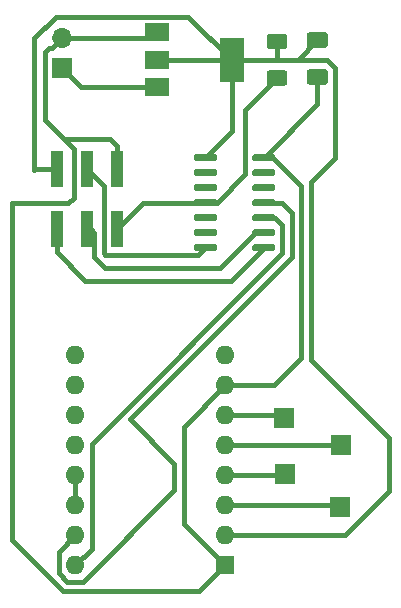
<source format=gbr>
%TF.GenerationSoftware,KiCad,Pcbnew,(5.1.9-0-10_14)*%
%TF.CreationDate,2021-11-21T14:59:00-08:00*%
%TF.ProjectId,clock,636c6f63-6b2e-46b6-9963-61645f706362,rev?*%
%TF.SameCoordinates,Original*%
%TF.FileFunction,Copper,L1,Top*%
%TF.FilePolarity,Positive*%
%FSLAX46Y46*%
G04 Gerber Fmt 4.6, Leading zero omitted, Abs format (unit mm)*
G04 Created by KiCad (PCBNEW (5.1.9-0-10_14)) date 2021-11-21 14:59:00*
%MOMM*%
%LPD*%
G01*
G04 APERTURE LIST*
%TA.AperFunction,ComponentPad*%
%ADD10R,1.600000X1.600000*%
%TD*%
%TA.AperFunction,ComponentPad*%
%ADD11O,1.600000X1.600000*%
%TD*%
%TA.AperFunction,ComponentPad*%
%ADD12R,1.700000X1.700000*%
%TD*%
%TA.AperFunction,ComponentPad*%
%ADD13O,1.700000X1.700000*%
%TD*%
%TA.AperFunction,SMDPad,CuDef*%
%ADD14R,1.000000X3.150000*%
%TD*%
%TA.AperFunction,SMDPad,CuDef*%
%ADD15R,2.000000X3.800000*%
%TD*%
%TA.AperFunction,SMDPad,CuDef*%
%ADD16R,2.000000X1.500000*%
%TD*%
%TA.AperFunction,Conductor*%
%ADD17C,0.400000*%
%TD*%
G04 APERTURE END LIST*
D10*
%TO.P,A1,1*%
%TO.N,GND*%
X110700000Y-61600000D03*
D11*
%TO.P,A1,9*%
%TO.N,Net-(A1-Pad9)*%
X98000000Y-43820000D03*
%TO.P,A1,2*%
%TO.N,VCC*%
X110700000Y-59060000D03*
%TO.P,A1,10*%
%TO.N,Net-(A1-Pad10)*%
X98000000Y-46360000D03*
%TO.P,A1,3*%
%TO.N,Net-(A1-Pad3)*%
X110700000Y-56520000D03*
%TO.P,A1,11*%
%TO.N,Net-(A1-Pad11)*%
X98000000Y-48900000D03*
%TO.P,A1,4*%
%TO.N,Net-(A1-Pad4)*%
X110700000Y-53980000D03*
%TO.P,A1,12*%
%TO.N,Net-(A1-Pad12)*%
X98000000Y-51440000D03*
%TO.P,A1,5*%
%TO.N,Net-(A1-Pad5)*%
X110700000Y-51440000D03*
%TO.P,A1,13*%
%TO.N,Net-(A1-Pad13)*%
X98000000Y-53980000D03*
%TO.P,A1,6*%
%TO.N,Net-(A1-Pad6)*%
X110700000Y-48900000D03*
%TO.P,A1,14*%
%TO.N,Net-(A1-Pad13)*%
X98000000Y-56520000D03*
%TO.P,A1,7*%
%TO.N,GND*%
X110700000Y-46360000D03*
%TO.P,A1,15*%
%TO.N,Net-(A1-Pad15)*%
X98000000Y-59060000D03*
%TO.P,A1,8*%
%TO.N,+9V*%
X110700000Y-43820000D03*
%TO.P,A1,16*%
%TO.N,Net-(A1-Pad16)*%
X98000000Y-61600000D03*
%TD*%
%TO.P,C1,1*%
%TO.N,VCC*%
%TA.AperFunction,SMDPad,CuDef*%
G36*
G01*
X117849998Y-16475000D02*
X119150002Y-16475000D01*
G75*
G02*
X119400000Y-16724998I0J-249998D01*
G01*
X119400000Y-17550002D01*
G75*
G02*
X119150002Y-17800000I-249998J0D01*
G01*
X117849998Y-17800000D01*
G75*
G02*
X117600000Y-17550002I0J249998D01*
G01*
X117600000Y-16724998D01*
G75*
G02*
X117849998Y-16475000I249998J0D01*
G01*
G37*
%TD.AperFunction*%
%TO.P,C1,2*%
%TO.N,GND*%
%TA.AperFunction,SMDPad,CuDef*%
G36*
G01*
X117849998Y-19600000D02*
X119150002Y-19600000D01*
G75*
G02*
X119400000Y-19849998I0J-249998D01*
G01*
X119400000Y-20675002D01*
G75*
G02*
X119150002Y-20925000I-249998J0D01*
G01*
X117849998Y-20925000D01*
G75*
G02*
X117600000Y-20675002I0J249998D01*
G01*
X117600000Y-19849998D01*
G75*
G02*
X117849998Y-19600000I249998J0D01*
G01*
G37*
%TD.AperFunction*%
%TD*%
D12*
%TO.P,J1,1*%
%TO.N,+9V*%
X96900000Y-19500000D03*
D13*
%TO.P,J1,2*%
%TO.N,GND*%
X96900000Y-16960000D03*
%TD*%
D14*
%TO.P,J2,1*%
%TO.N,/MISO*%
X96460000Y-33125000D03*
%TO.P,J2,2*%
%TO.N,VCC*%
X96460000Y-28075000D03*
%TO.P,J2,3*%
%TO.N,/SCK*%
X99000000Y-33125000D03*
%TO.P,J2,4*%
%TO.N,/MOSI*%
X99000000Y-28075000D03*
%TO.P,J2,5*%
%TO.N,/RESET*%
X101540000Y-33125000D03*
%TO.P,J2,6*%
%TO.N,GND*%
X101540000Y-28075000D03*
%TD*%
%TO.P,R1,1*%
%TO.N,VCC*%
%TA.AperFunction,SMDPad,CuDef*%
G36*
G01*
X114474999Y-16600000D02*
X115725001Y-16600000D01*
G75*
G02*
X115975000Y-16849999I0J-249999D01*
G01*
X115975000Y-17650001D01*
G75*
G02*
X115725001Y-17900000I-249999J0D01*
G01*
X114474999Y-17900000D01*
G75*
G02*
X114225000Y-17650001I0J249999D01*
G01*
X114225000Y-16849999D01*
G75*
G02*
X114474999Y-16600000I249999J0D01*
G01*
G37*
%TD.AperFunction*%
%TO.P,R1,2*%
%TO.N,/RESET*%
%TA.AperFunction,SMDPad,CuDef*%
G36*
G01*
X114474999Y-19700000D02*
X115725001Y-19700000D01*
G75*
G02*
X115975000Y-19949999I0J-249999D01*
G01*
X115975000Y-20750001D01*
G75*
G02*
X115725001Y-21000000I-249999J0D01*
G01*
X114474999Y-21000000D01*
G75*
G02*
X114225000Y-20750001I0J249999D01*
G01*
X114225000Y-19949999D01*
G75*
G02*
X114474999Y-19700000I249999J0D01*
G01*
G37*
%TD.AperFunction*%
%TD*%
D15*
%TO.P,U1,2*%
%TO.N,VCC*%
X111250000Y-18800000D03*
D16*
X104950000Y-18800000D03*
%TO.P,U1,3*%
%TO.N,+9V*%
X104950000Y-21100000D03*
%TO.P,U1,1*%
%TO.N,GND*%
X104950000Y-16500000D03*
%TD*%
%TO.P,U2,1*%
%TO.N,VCC*%
%TA.AperFunction,SMDPad,CuDef*%
G36*
G01*
X108050000Y-27240000D02*
X108050000Y-26940000D01*
G75*
G02*
X108200000Y-26790000I150000J0D01*
G01*
X109850000Y-26790000D01*
G75*
G02*
X110000000Y-26940000I0J-150000D01*
G01*
X110000000Y-27240000D01*
G75*
G02*
X109850000Y-27390000I-150000J0D01*
G01*
X108200000Y-27390000D01*
G75*
G02*
X108050000Y-27240000I0J150000D01*
G01*
G37*
%TD.AperFunction*%
%TO.P,U2,2*%
%TO.N,Net-(U2-Pad2)*%
%TA.AperFunction,SMDPad,CuDef*%
G36*
G01*
X108050000Y-28510000D02*
X108050000Y-28210000D01*
G75*
G02*
X108200000Y-28060000I150000J0D01*
G01*
X109850000Y-28060000D01*
G75*
G02*
X110000000Y-28210000I0J-150000D01*
G01*
X110000000Y-28510000D01*
G75*
G02*
X109850000Y-28660000I-150000J0D01*
G01*
X108200000Y-28660000D01*
G75*
G02*
X108050000Y-28510000I0J150000D01*
G01*
G37*
%TD.AperFunction*%
%TO.P,U2,3*%
%TO.N,Net-(U2-Pad3)*%
%TA.AperFunction,SMDPad,CuDef*%
G36*
G01*
X108050000Y-29780000D02*
X108050000Y-29480000D01*
G75*
G02*
X108200000Y-29330000I150000J0D01*
G01*
X109850000Y-29330000D01*
G75*
G02*
X110000000Y-29480000I0J-150000D01*
G01*
X110000000Y-29780000D01*
G75*
G02*
X109850000Y-29930000I-150000J0D01*
G01*
X108200000Y-29930000D01*
G75*
G02*
X108050000Y-29780000I0J150000D01*
G01*
G37*
%TD.AperFunction*%
%TO.P,U2,4*%
%TO.N,/RESET*%
%TA.AperFunction,SMDPad,CuDef*%
G36*
G01*
X108050000Y-31050000D02*
X108050000Y-30750000D01*
G75*
G02*
X108200000Y-30600000I150000J0D01*
G01*
X109850000Y-30600000D01*
G75*
G02*
X110000000Y-30750000I0J-150000D01*
G01*
X110000000Y-31050000D01*
G75*
G02*
X109850000Y-31200000I-150000J0D01*
G01*
X108200000Y-31200000D01*
G75*
G02*
X108050000Y-31050000I0J150000D01*
G01*
G37*
%TD.AperFunction*%
%TO.P,U2,5*%
%TO.N,Net-(U2-Pad5)*%
%TA.AperFunction,SMDPad,CuDef*%
G36*
G01*
X108050000Y-32320000D02*
X108050000Y-32020000D01*
G75*
G02*
X108200000Y-31870000I150000J0D01*
G01*
X109850000Y-31870000D01*
G75*
G02*
X110000000Y-32020000I0J-150000D01*
G01*
X110000000Y-32320000D01*
G75*
G02*
X109850000Y-32470000I-150000J0D01*
G01*
X108200000Y-32470000D01*
G75*
G02*
X108050000Y-32320000I0J150000D01*
G01*
G37*
%TD.AperFunction*%
%TO.P,U2,6*%
%TO.N,Net-(U2-Pad6)*%
%TA.AperFunction,SMDPad,CuDef*%
G36*
G01*
X108050000Y-33590000D02*
X108050000Y-33290000D01*
G75*
G02*
X108200000Y-33140000I150000J0D01*
G01*
X109850000Y-33140000D01*
G75*
G02*
X110000000Y-33290000I0J-150000D01*
G01*
X110000000Y-33590000D01*
G75*
G02*
X109850000Y-33740000I-150000J0D01*
G01*
X108200000Y-33740000D01*
G75*
G02*
X108050000Y-33590000I0J150000D01*
G01*
G37*
%TD.AperFunction*%
%TO.P,U2,7*%
%TO.N,/MOSI*%
%TA.AperFunction,SMDPad,CuDef*%
G36*
G01*
X108050000Y-34860000D02*
X108050000Y-34560000D01*
G75*
G02*
X108200000Y-34410000I150000J0D01*
G01*
X109850000Y-34410000D01*
G75*
G02*
X110000000Y-34560000I0J-150000D01*
G01*
X110000000Y-34860000D01*
G75*
G02*
X109850000Y-35010000I-150000J0D01*
G01*
X108200000Y-35010000D01*
G75*
G02*
X108050000Y-34860000I0J150000D01*
G01*
G37*
%TD.AperFunction*%
%TO.P,U2,8*%
%TO.N,/MISO*%
%TA.AperFunction,SMDPad,CuDef*%
G36*
G01*
X113000000Y-34860000D02*
X113000000Y-34560000D01*
G75*
G02*
X113150000Y-34410000I150000J0D01*
G01*
X114800000Y-34410000D01*
G75*
G02*
X114950000Y-34560000I0J-150000D01*
G01*
X114950000Y-34860000D01*
G75*
G02*
X114800000Y-35010000I-150000J0D01*
G01*
X113150000Y-35010000D01*
G75*
G02*
X113000000Y-34860000I0J150000D01*
G01*
G37*
%TD.AperFunction*%
%TO.P,U2,9*%
%TO.N,/SCK*%
%TA.AperFunction,SMDPad,CuDef*%
G36*
G01*
X113000000Y-33590000D02*
X113000000Y-33290000D01*
G75*
G02*
X113150000Y-33140000I150000J0D01*
G01*
X114800000Y-33140000D01*
G75*
G02*
X114950000Y-33290000I0J-150000D01*
G01*
X114950000Y-33590000D01*
G75*
G02*
X114800000Y-33740000I-150000J0D01*
G01*
X113150000Y-33740000D01*
G75*
G02*
X113000000Y-33590000I0J150000D01*
G01*
G37*
%TD.AperFunction*%
%TO.P,U2,10*%
%TO.N,Net-(A1-Pad16)*%
%TA.AperFunction,SMDPad,CuDef*%
G36*
G01*
X113000000Y-32320000D02*
X113000000Y-32020000D01*
G75*
G02*
X113150000Y-31870000I150000J0D01*
G01*
X114800000Y-31870000D01*
G75*
G02*
X114950000Y-32020000I0J-150000D01*
G01*
X114950000Y-32320000D01*
G75*
G02*
X114800000Y-32470000I-150000J0D01*
G01*
X113150000Y-32470000D01*
G75*
G02*
X113000000Y-32320000I0J150000D01*
G01*
G37*
%TD.AperFunction*%
%TO.P,U2,11*%
%TO.N,Net-(A1-Pad15)*%
%TA.AperFunction,SMDPad,CuDef*%
G36*
G01*
X113000000Y-31050000D02*
X113000000Y-30750000D01*
G75*
G02*
X113150000Y-30600000I150000J0D01*
G01*
X114800000Y-30600000D01*
G75*
G02*
X114950000Y-30750000I0J-150000D01*
G01*
X114950000Y-31050000D01*
G75*
G02*
X114800000Y-31200000I-150000J0D01*
G01*
X113150000Y-31200000D01*
G75*
G02*
X113000000Y-31050000I0J150000D01*
G01*
G37*
%TD.AperFunction*%
%TO.P,U2,12*%
%TO.N,Net-(U2-Pad12)*%
%TA.AperFunction,SMDPad,CuDef*%
G36*
G01*
X113000000Y-29780000D02*
X113000000Y-29480000D01*
G75*
G02*
X113150000Y-29330000I150000J0D01*
G01*
X114800000Y-29330000D01*
G75*
G02*
X114950000Y-29480000I0J-150000D01*
G01*
X114950000Y-29780000D01*
G75*
G02*
X114800000Y-29930000I-150000J0D01*
G01*
X113150000Y-29930000D01*
G75*
G02*
X113000000Y-29780000I0J150000D01*
G01*
G37*
%TD.AperFunction*%
%TO.P,U2,13*%
%TO.N,Net-(U2-Pad13)*%
%TA.AperFunction,SMDPad,CuDef*%
G36*
G01*
X113000000Y-28510000D02*
X113000000Y-28210000D01*
G75*
G02*
X113150000Y-28060000I150000J0D01*
G01*
X114800000Y-28060000D01*
G75*
G02*
X114950000Y-28210000I0J-150000D01*
G01*
X114950000Y-28510000D01*
G75*
G02*
X114800000Y-28660000I-150000J0D01*
G01*
X113150000Y-28660000D01*
G75*
G02*
X113000000Y-28510000I0J150000D01*
G01*
G37*
%TD.AperFunction*%
%TO.P,U2,14*%
%TO.N,GND*%
%TA.AperFunction,SMDPad,CuDef*%
G36*
G01*
X113000000Y-27240000D02*
X113000000Y-26940000D01*
G75*
G02*
X113150000Y-26790000I150000J0D01*
G01*
X114800000Y-26790000D01*
G75*
G02*
X114950000Y-26940000I0J-150000D01*
G01*
X114950000Y-27240000D01*
G75*
G02*
X114800000Y-27390000I-150000J0D01*
G01*
X113150000Y-27390000D01*
G75*
G02*
X113000000Y-27240000I0J150000D01*
G01*
G37*
%TD.AperFunction*%
%TD*%
D12*
%TO.P,J3,1*%
%TO.N,Net-(A1-Pad3)*%
X120400000Y-56700000D03*
%TD*%
%TO.P,J4,1*%
%TO.N,Net-(A1-Pad4)*%
X115800000Y-53900000D03*
%TD*%
%TO.P,J5,1*%
%TO.N,Net-(A1-Pad5)*%
X120500000Y-51400000D03*
%TD*%
%TO.P,J6,1*%
%TO.N,Net-(A1-Pad6)*%
X115700000Y-49100000D03*
%TD*%
D17*
%TO.N,GND*%
X104490000Y-16960000D02*
X104950000Y-16500000D01*
X96900000Y-16960000D02*
X104490000Y-16960000D01*
X118500000Y-22565000D02*
X113975000Y-27090000D01*
X118500000Y-20262500D02*
X118500000Y-22565000D01*
X101540000Y-28075000D02*
X101425000Y-28075000D01*
X105480002Y-16500000D02*
X104950000Y-16500000D01*
X117150030Y-44049972D02*
X117150030Y-29499354D01*
X114740676Y-27090000D02*
X113975000Y-27090000D01*
X117150030Y-29499354D02*
X114740676Y-27090000D01*
X114840002Y-46360000D02*
X117150030Y-44049972D01*
X110700000Y-46360000D02*
X114840002Y-46360000D01*
X107200010Y-58100010D02*
X110700000Y-61600000D01*
X107200010Y-49859990D02*
X107200010Y-58100010D01*
X110700000Y-46360000D02*
X107200010Y-49859990D01*
X97440001Y-30949999D02*
X92650001Y-30949999D01*
X97899999Y-30490001D02*
X97440001Y-30949999D01*
X97899999Y-26359997D02*
X97899999Y-30490001D01*
X95449999Y-18169999D02*
X95449999Y-23909997D01*
X95809999Y-17809999D02*
X95449999Y-18169999D01*
X96050001Y-17809999D02*
X95809999Y-17809999D01*
X96900000Y-16960000D02*
X96050001Y-17809999D01*
X100919999Y-25479999D02*
X97020001Y-25479999D01*
X101540000Y-26100000D02*
X100919999Y-25479999D01*
X101540000Y-28075000D02*
X101540000Y-26100000D01*
X97020001Y-25479999D02*
X97899999Y-26359997D01*
X95449999Y-23909997D02*
X97020001Y-25479999D01*
X96996625Y-63800011D02*
X108499989Y-63800011D01*
X108499989Y-63800011D02*
X110700000Y-61600000D01*
X92650001Y-59453387D02*
X96996625Y-63800011D01*
X92650001Y-30949999D02*
X92650001Y-59453387D01*
%TO.N,VCC*%
X116837500Y-18800000D02*
X118500000Y-17137500D01*
X115100000Y-18700000D02*
X115000000Y-18800000D01*
X115100000Y-17250000D02*
X115100000Y-18700000D01*
X115000000Y-18800000D02*
X116837500Y-18800000D01*
X111250000Y-24865000D02*
X109025000Y-27090000D01*
X111250000Y-18800000D02*
X111250000Y-24865000D01*
X96376536Y-15149999D02*
X107599999Y-15149999D01*
X94559989Y-16966546D02*
X96376536Y-15149999D01*
X94625000Y-28075000D02*
X94559989Y-28140011D01*
X96460000Y-28075000D02*
X94625000Y-28075000D01*
X94559989Y-28140011D02*
X94559989Y-16966546D01*
X107599999Y-15149999D02*
X111250000Y-18800000D01*
X104950000Y-18800000D02*
X111250000Y-18800000D01*
X119302098Y-18800000D02*
X111250000Y-18800000D01*
X117950040Y-42850040D02*
X117950040Y-29167980D01*
X120000010Y-19497912D02*
X119302098Y-18800000D01*
X118000000Y-42900000D02*
X117950040Y-42850040D01*
X120000010Y-27118010D02*
X120000010Y-19497912D01*
X117950040Y-29167980D02*
X120000010Y-27118010D01*
X118000000Y-44200000D02*
X118000000Y-42900000D01*
X120820002Y-59060000D02*
X124600000Y-55280002D01*
X110700000Y-59060000D02*
X120820002Y-59060000D01*
X124600000Y-50800000D02*
X118000000Y-44200000D01*
X124600000Y-55280002D02*
X124600000Y-50800000D01*
%TO.N,Net-(A1-Pad3)*%
X120220000Y-56520000D02*
X120400000Y-56700000D01*
X110700000Y-56520000D02*
X120220000Y-56520000D01*
%TO.N,Net-(A1-Pad4)*%
X110740000Y-53940000D02*
X110700000Y-53980000D01*
X115720000Y-53980000D02*
X115800000Y-53900000D01*
X110700000Y-53980000D02*
X115720000Y-53980000D01*
%TO.N,Net-(A1-Pad5)*%
X120460000Y-51440000D02*
X120500000Y-51400000D01*
X110700000Y-51440000D02*
X120460000Y-51440000D01*
%TO.N,Net-(A1-Pad13)*%
X98000000Y-56520000D02*
X98000000Y-53980000D01*
%TO.N,Net-(A1-Pad6)*%
X110700000Y-48900000D02*
X115300000Y-48900000D01*
%TO.N,Net-(A1-Pad15)*%
X114950000Y-30900000D02*
X113975000Y-30900000D01*
X106400000Y-53000000D02*
X102626030Y-49226030D01*
X106400000Y-55272002D02*
X106400000Y-53000000D01*
X98672001Y-63000001D02*
X106400000Y-55272002D01*
X102626030Y-49226030D02*
X116350020Y-35502040D01*
X97327999Y-63000001D02*
X98672001Y-63000001D01*
X96599999Y-62272001D02*
X97327999Y-63000001D01*
X115480656Y-30900000D02*
X113975000Y-30900000D01*
X116350020Y-31769364D02*
X115480656Y-30900000D01*
X116350020Y-35502040D02*
X116350020Y-31769364D01*
X96599999Y-60460001D02*
X96599999Y-62272001D01*
X98000000Y-59060000D02*
X96599999Y-60460001D01*
%TO.N,+9V*%
X98500000Y-21100000D02*
X104950000Y-21100000D01*
X96900000Y-19500000D02*
X98500000Y-21100000D01*
X97560001Y-20160001D02*
X96900000Y-19500000D01*
X96550000Y-19850000D02*
X96900000Y-19500000D01*
%TO.N,Net-(A1-Pad16)*%
X114740676Y-32170000D02*
X113975000Y-32170000D01*
X114950000Y-32170000D02*
X113975000Y-32170000D01*
X115550010Y-32770010D02*
X114950000Y-32170000D01*
X115550010Y-35170666D02*
X115550010Y-32770010D01*
X99400001Y-60199999D02*
X99400001Y-51320675D01*
X99400001Y-51320675D02*
X115550010Y-35170666D01*
X98000000Y-61600000D02*
X99400001Y-60199999D01*
%TO.N,/MISO*%
X96460000Y-33125000D02*
X96460000Y-33691384D01*
X96460000Y-35100000D02*
X98860000Y-37500000D01*
X96460000Y-33125000D02*
X96460000Y-35100000D01*
X111185000Y-37500000D02*
X113975000Y-34710000D01*
X98860000Y-37500000D02*
X111185000Y-37500000D01*
%TO.N,/SCK*%
X110249324Y-36400000D02*
X113209324Y-33440000D01*
X99639989Y-35511375D02*
X100528614Y-36400000D01*
X99639989Y-33439989D02*
X99639989Y-35511375D01*
X113209324Y-33440000D02*
X113975000Y-33440000D01*
X99325000Y-33125000D02*
X99639989Y-33439989D01*
X100528614Y-36400000D02*
X110249324Y-36400000D01*
X99000000Y-33125000D02*
X99325000Y-33125000D01*
%TO.N,/MOSI*%
X99000000Y-28075000D02*
X99000000Y-28800000D01*
X108434999Y-35300001D02*
X109025000Y-34710000D01*
X100439999Y-35180001D02*
X100559999Y-35300001D01*
X100439999Y-29514999D02*
X100439999Y-35180001D01*
X100559999Y-35300001D02*
X108434999Y-35300001D01*
X99000000Y-28075000D02*
X100439999Y-29514999D01*
%TO.N,/RESET*%
X110000000Y-30900000D02*
X109025000Y-30900000D01*
X112399990Y-28500010D02*
X110000000Y-30900000D01*
X112399990Y-23050010D02*
X112399990Y-28500010D01*
X115100000Y-20350000D02*
X112399990Y-23050010D01*
X103765000Y-30900000D02*
X109025000Y-30900000D01*
X101540000Y-33125000D02*
X103765000Y-30900000D01*
%TD*%
M02*

</source>
